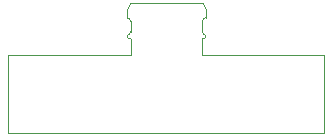
<source format=gbr>
G04 #@! TF.GenerationSoftware,KiCad,Pcbnew,(5.0.0)*
G04 #@! TF.CreationDate,2020-07-27T10:37:02+01:00*
G04 #@! TF.ProjectId,USB2,555342322E6B696361645F7063620000,rev?*
G04 #@! TF.SameCoordinates,Original*
G04 #@! TF.FileFunction,Profile,NP*
%FSLAX46Y46*%
G04 Gerber Fmt 4.6, Leading zero omitted, Abs format (unit mm)*
G04 Created by KiCad (PCBNEW (5.0.0)) date 07/27/20 10:37:02*
%MOMM*%
%LPD*%
G01*
G04 APERTURE LIST*
%ADD10C,0.050000*%
G04 APERTURE END LIST*
D10*
X198900000Y-100000000D02*
X189600000Y-100000000D01*
X198900000Y-102500000D02*
X198900000Y-100000000D01*
X198900000Y-106600000D02*
X198900000Y-102500000D01*
X172200000Y-106600000D02*
X198900000Y-106600000D01*
X172200000Y-100000000D02*
X172200000Y-106600000D01*
X181800000Y-100000000D02*
X172200000Y-100000000D01*
X188600000Y-98600000D02*
X188600000Y-100000000D01*
X188950000Y-96150000D02*
X188950000Y-96800000D01*
X189400000Y-100000000D02*
X189500000Y-100000000D01*
X182560000Y-98000000D02*
G75*
G02X182260000Y-98300000I-300000J0D01*
G01*
X188650000Y-97100000D02*
G75*
G02X188950000Y-96800000I300000J0D01*
G01*
X188600000Y-100000000D02*
X189400000Y-100000000D01*
X188700000Y-95550000D02*
X182490000Y-95550000D01*
X182560000Y-98600000D02*
G75*
G02X182260000Y-98300000I0J300000D01*
G01*
X188650000Y-97100000D02*
X188650000Y-98000000D01*
X189500000Y-100000000D02*
X189600000Y-100000000D01*
X182560000Y-97100000D02*
X182560000Y-98000000D01*
X182500000Y-95550000D02*
X182490000Y-95550000D01*
X188650000Y-98600000D02*
X188600000Y-98600000D01*
X182260000Y-96800000D02*
G75*
G02X182560000Y-97100000I0J-300000D01*
G01*
X182560000Y-100000000D02*
X181800000Y-100000000D01*
X182560000Y-98600000D02*
X182560000Y-100000000D01*
X182490000Y-95550000D02*
X182260000Y-96150000D01*
X188700000Y-95550000D02*
X188950000Y-96150000D01*
X182260000Y-96150000D02*
X182260000Y-96800000D01*
X188950000Y-98300000D02*
G75*
G02X188650000Y-98000000I0J300000D01*
G01*
X188950000Y-98300000D02*
G75*
G02X188650000Y-98600000I-300000J0D01*
G01*
M02*

</source>
